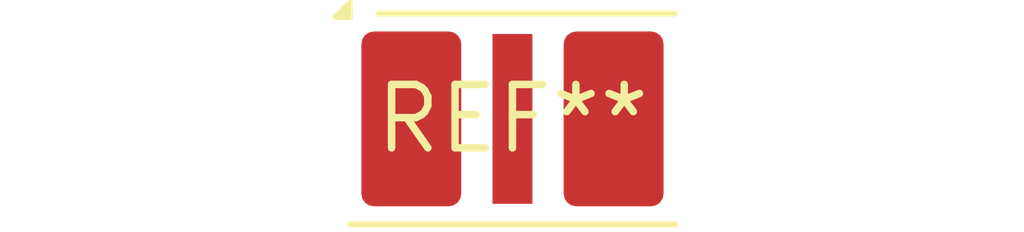
<source format=kicad_pcb>
(kicad_pcb (version 20240108) (generator pcbnew)
  (layers (0 "F.Cu" signal) (31 "B.Cu" signal) (34 "B.Paste" user) (35 "F.Paste" user) (36 "B.SilkS" user "B.Silkscreen") (37 "F.SilkS" user "F.Silkscreen") (38 "B.Mask" user) (39 "F.Mask" user) (44 "Edge.Cuts" user))
  (net 0 "")
  (footprint "Fuse_Bourns_TBU-CA" (layer "F.Cu") (at 0 0)
    (property "Reference" "REF**")
    (property "Value" "Fuse_Bourns_TBU-CA")
    (fp_line (start -3.25 2.11) (end 3.25 2.11) (layer "F.SilkS") (stroke (width 0.12)))
    (fp_line (start -2.67 -2.11) (end 3.25 -2.11) (layer "F.SilkS") (stroke (width 0.12)))
    (fp_poly (pts (xy -3.26 -2.04) (xy -3.54 -2.04) (xy -3.26 -2.32) (xy -3.26 -2.04)) (layer "F.SilkS") (stroke (width 0.12)) (fill solid))
    (pad "1" smd roundrect (at -2.025 0) (size 2 3.5) (layers "F.Cu" "F.Paste" "F.Mask") (roundrect_rratio 0.125))
    (pad "2" smd rect (at 0 0) (size 0.8 3.4) (layers "F.Cu" "F.Paste" "F.Mask"))
    (pad "3" smd roundrect (at 2.025 0) (size 2 3.5) (layers "F.Cu" "F.Paste" "F.Mask") (roundrect_rratio 0.125))
  )
)
</source>
